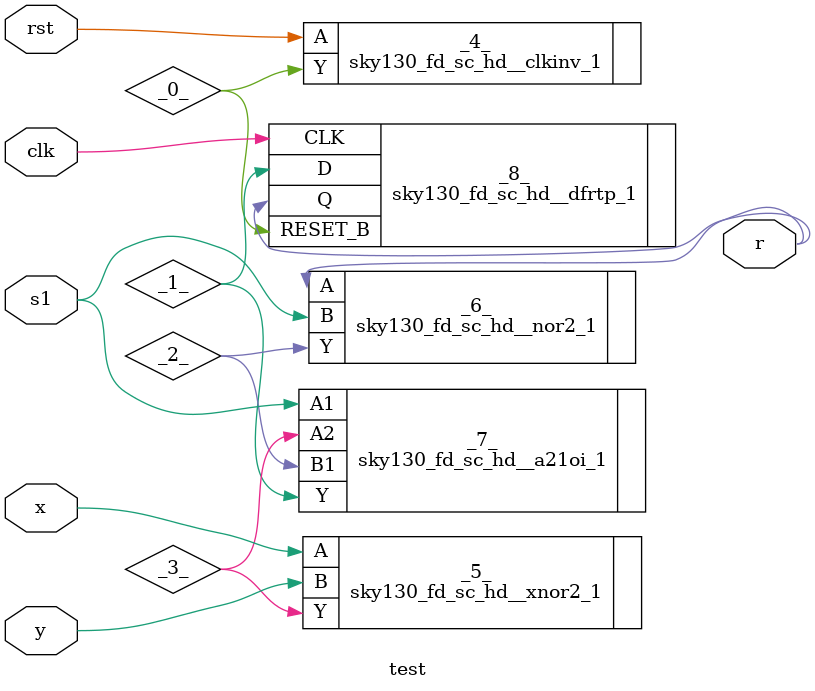
<source format=v>
/* Generated by Yosys 0.13 (git sha1 UNKNOWN, clang 13.0.0 -fPIC -Os) */

module test(x, y, clk, s1, rst, r);
  wire _0_;
  wire _1_;
  wire _2_;
  wire _3_;
  input clk;
  output r;
  input rst;
  input s1;
  input x;
  input y;
  sky130_fd_sc_hd__clkinv_1 _4_ (
    .A(rst),
    .Y(_0_)
  );
  sky130_fd_sc_hd__xnor2_1 _5_ (
    .A(x),
    .B(y),
    .Y(_3_)
  );
  sky130_fd_sc_hd__nor2_1 _6_ (
    .A(r),
    .B(s1),
    .Y(_2_)
  );
  sky130_fd_sc_hd__a21oi_1 _7_ (
    .A1(s1),
    .A2(_3_),
    .B1(_2_),
    .Y(_1_)
  );
  sky130_fd_sc_hd__dfrtp_1 _8_ (
    .CLK(clk),
    .D(_1_),
    .Q(r),
    .RESET_B(_0_)
  );
endmodule

</source>
